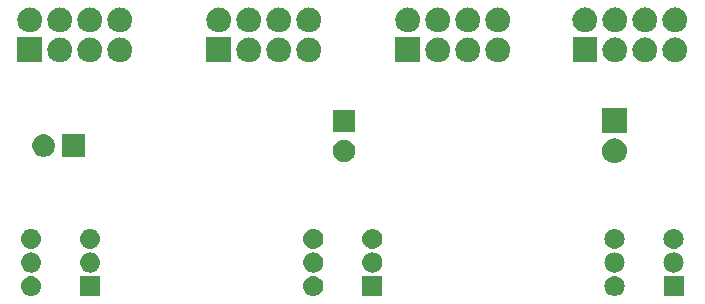
<source format=gbr>
G04 #@! TF.GenerationSoftware,KiCad,Pcbnew,5.1.2-f72e74a~84~ubuntu18.04.1*
G04 #@! TF.CreationDate,2020-02-26T21:12:00+03:00*
G04 #@! TF.ProjectId,connection_board,636f6e6e-6563-4746-996f-6e5f626f6172,rev?*
G04 #@! TF.SameCoordinates,Original*
G04 #@! TF.FileFunction,Soldermask,Top*
G04 #@! TF.FilePolarity,Negative*
%FSLAX46Y46*%
G04 Gerber Fmt 4.6, Leading zero omitted, Abs format (unit mm)*
G04 Created by KiCad (PCBNEW 5.1.2-f72e74a~84~ubuntu18.04.1) date 2020-02-26 21:12:00*
%MOMM*%
%LPD*%
G04 APERTURE LIST*
%ADD10C,0.100000*%
G04 APERTURE END LIST*
D10*
G36*
X131351000Y-94851000D02*
G01*
X129649000Y-94851000D01*
X129649000Y-93149000D01*
X131351000Y-93149000D01*
X131351000Y-94851000D01*
X131351000Y-94851000D01*
G37*
G36*
X100166823Y-93161313D02*
G01*
X100327242Y-93209976D01*
X100459906Y-93280886D01*
X100475078Y-93288996D01*
X100604659Y-93395341D01*
X100711004Y-93524922D01*
X100711005Y-93524924D01*
X100790024Y-93672758D01*
X100838687Y-93833177D01*
X100855117Y-94000000D01*
X100838687Y-94166823D01*
X100790024Y-94327242D01*
X100719114Y-94459906D01*
X100711004Y-94475078D01*
X100604659Y-94604659D01*
X100475078Y-94711004D01*
X100475076Y-94711005D01*
X100327242Y-94790024D01*
X100166823Y-94838687D01*
X100041804Y-94851000D01*
X99958196Y-94851000D01*
X99833177Y-94838687D01*
X99672758Y-94790024D01*
X99524924Y-94711005D01*
X99524922Y-94711004D01*
X99395341Y-94604659D01*
X99288996Y-94475078D01*
X99280886Y-94459906D01*
X99209976Y-94327242D01*
X99161313Y-94166823D01*
X99144883Y-94000000D01*
X99161313Y-93833177D01*
X99209976Y-93672758D01*
X99288995Y-93524924D01*
X99288996Y-93524922D01*
X99395341Y-93395341D01*
X99524922Y-93288996D01*
X99540094Y-93280886D01*
X99672758Y-93209976D01*
X99833177Y-93161313D01*
X99958196Y-93149000D01*
X100041804Y-93149000D01*
X100166823Y-93161313D01*
X100166823Y-93161313D01*
G37*
G36*
X105851000Y-94851000D02*
G01*
X104149000Y-94851000D01*
X104149000Y-93149000D01*
X105851000Y-93149000D01*
X105851000Y-94851000D01*
X105851000Y-94851000D01*
G37*
G36*
X81951000Y-94851000D02*
G01*
X80249000Y-94851000D01*
X80249000Y-93149000D01*
X81951000Y-93149000D01*
X81951000Y-94851000D01*
X81951000Y-94851000D01*
G37*
G36*
X76266823Y-93161313D02*
G01*
X76427242Y-93209976D01*
X76559906Y-93280886D01*
X76575078Y-93288996D01*
X76704659Y-93395341D01*
X76811004Y-93524922D01*
X76811005Y-93524924D01*
X76890024Y-93672758D01*
X76938687Y-93833177D01*
X76955117Y-94000000D01*
X76938687Y-94166823D01*
X76890024Y-94327242D01*
X76819114Y-94459906D01*
X76811004Y-94475078D01*
X76704659Y-94604659D01*
X76575078Y-94711004D01*
X76575076Y-94711005D01*
X76427242Y-94790024D01*
X76266823Y-94838687D01*
X76141804Y-94851000D01*
X76058196Y-94851000D01*
X75933177Y-94838687D01*
X75772758Y-94790024D01*
X75624924Y-94711005D01*
X75624922Y-94711004D01*
X75495341Y-94604659D01*
X75388996Y-94475078D01*
X75380886Y-94459906D01*
X75309976Y-94327242D01*
X75261313Y-94166823D01*
X75244883Y-94000000D01*
X75261313Y-93833177D01*
X75309976Y-93672758D01*
X75388995Y-93524924D01*
X75388996Y-93524922D01*
X75495341Y-93395341D01*
X75624922Y-93288996D01*
X75640094Y-93280886D01*
X75772758Y-93209976D01*
X75933177Y-93161313D01*
X76058196Y-93149000D01*
X76141804Y-93149000D01*
X76266823Y-93161313D01*
X76266823Y-93161313D01*
G37*
G36*
X125666823Y-93161313D02*
G01*
X125827242Y-93209976D01*
X125959906Y-93280886D01*
X125975078Y-93288996D01*
X126104659Y-93395341D01*
X126211004Y-93524922D01*
X126211005Y-93524924D01*
X126290024Y-93672758D01*
X126338687Y-93833177D01*
X126355117Y-94000000D01*
X126338687Y-94166823D01*
X126290024Y-94327242D01*
X126219114Y-94459906D01*
X126211004Y-94475078D01*
X126104659Y-94604659D01*
X125975078Y-94711004D01*
X125975076Y-94711005D01*
X125827242Y-94790024D01*
X125666823Y-94838687D01*
X125541804Y-94851000D01*
X125458196Y-94851000D01*
X125333177Y-94838687D01*
X125172758Y-94790024D01*
X125024924Y-94711005D01*
X125024922Y-94711004D01*
X124895341Y-94604659D01*
X124788996Y-94475078D01*
X124780886Y-94459906D01*
X124709976Y-94327242D01*
X124661313Y-94166823D01*
X124644883Y-94000000D01*
X124661313Y-93833177D01*
X124709976Y-93672758D01*
X124788995Y-93524924D01*
X124788996Y-93524922D01*
X124895341Y-93395341D01*
X125024922Y-93288996D01*
X125040094Y-93280886D01*
X125172758Y-93209976D01*
X125333177Y-93161313D01*
X125458196Y-93149000D01*
X125541804Y-93149000D01*
X125666823Y-93161313D01*
X125666823Y-93161313D01*
G37*
G36*
X100166823Y-91161313D02*
G01*
X100327242Y-91209976D01*
X100459906Y-91280886D01*
X100475078Y-91288996D01*
X100604659Y-91395341D01*
X100711004Y-91524922D01*
X100711005Y-91524924D01*
X100790024Y-91672758D01*
X100838687Y-91833177D01*
X100855117Y-92000000D01*
X100838687Y-92166823D01*
X100790024Y-92327242D01*
X100719114Y-92459906D01*
X100711004Y-92475078D01*
X100604659Y-92604659D01*
X100475078Y-92711004D01*
X100475076Y-92711005D01*
X100327242Y-92790024D01*
X100166823Y-92838687D01*
X100041804Y-92851000D01*
X99958196Y-92851000D01*
X99833177Y-92838687D01*
X99672758Y-92790024D01*
X99524924Y-92711005D01*
X99524922Y-92711004D01*
X99395341Y-92604659D01*
X99288996Y-92475078D01*
X99280886Y-92459906D01*
X99209976Y-92327242D01*
X99161313Y-92166823D01*
X99144883Y-92000000D01*
X99161313Y-91833177D01*
X99209976Y-91672758D01*
X99288995Y-91524924D01*
X99288996Y-91524922D01*
X99395341Y-91395341D01*
X99524922Y-91288996D01*
X99540094Y-91280886D01*
X99672758Y-91209976D01*
X99833177Y-91161313D01*
X99958196Y-91149000D01*
X100041804Y-91149000D01*
X100166823Y-91161313D01*
X100166823Y-91161313D01*
G37*
G36*
X130666823Y-91161313D02*
G01*
X130827242Y-91209976D01*
X130959906Y-91280886D01*
X130975078Y-91288996D01*
X131104659Y-91395341D01*
X131211004Y-91524922D01*
X131211005Y-91524924D01*
X131290024Y-91672758D01*
X131338687Y-91833177D01*
X131355117Y-92000000D01*
X131338687Y-92166823D01*
X131290024Y-92327242D01*
X131219114Y-92459906D01*
X131211004Y-92475078D01*
X131104659Y-92604659D01*
X130975078Y-92711004D01*
X130975076Y-92711005D01*
X130827242Y-92790024D01*
X130666823Y-92838687D01*
X130541804Y-92851000D01*
X130458196Y-92851000D01*
X130333177Y-92838687D01*
X130172758Y-92790024D01*
X130024924Y-92711005D01*
X130024922Y-92711004D01*
X129895341Y-92604659D01*
X129788996Y-92475078D01*
X129780886Y-92459906D01*
X129709976Y-92327242D01*
X129661313Y-92166823D01*
X129644883Y-92000000D01*
X129661313Y-91833177D01*
X129709976Y-91672758D01*
X129788995Y-91524924D01*
X129788996Y-91524922D01*
X129895341Y-91395341D01*
X130024922Y-91288996D01*
X130040094Y-91280886D01*
X130172758Y-91209976D01*
X130333177Y-91161313D01*
X130458196Y-91149000D01*
X130541804Y-91149000D01*
X130666823Y-91161313D01*
X130666823Y-91161313D01*
G37*
G36*
X125666823Y-91161313D02*
G01*
X125827242Y-91209976D01*
X125959906Y-91280886D01*
X125975078Y-91288996D01*
X126104659Y-91395341D01*
X126211004Y-91524922D01*
X126211005Y-91524924D01*
X126290024Y-91672758D01*
X126338687Y-91833177D01*
X126355117Y-92000000D01*
X126338687Y-92166823D01*
X126290024Y-92327242D01*
X126219114Y-92459906D01*
X126211004Y-92475078D01*
X126104659Y-92604659D01*
X125975078Y-92711004D01*
X125975076Y-92711005D01*
X125827242Y-92790024D01*
X125666823Y-92838687D01*
X125541804Y-92851000D01*
X125458196Y-92851000D01*
X125333177Y-92838687D01*
X125172758Y-92790024D01*
X125024924Y-92711005D01*
X125024922Y-92711004D01*
X124895341Y-92604659D01*
X124788996Y-92475078D01*
X124780886Y-92459906D01*
X124709976Y-92327242D01*
X124661313Y-92166823D01*
X124644883Y-92000000D01*
X124661313Y-91833177D01*
X124709976Y-91672758D01*
X124788995Y-91524924D01*
X124788996Y-91524922D01*
X124895341Y-91395341D01*
X125024922Y-91288996D01*
X125040094Y-91280886D01*
X125172758Y-91209976D01*
X125333177Y-91161313D01*
X125458196Y-91149000D01*
X125541804Y-91149000D01*
X125666823Y-91161313D01*
X125666823Y-91161313D01*
G37*
G36*
X105166823Y-91161313D02*
G01*
X105327242Y-91209976D01*
X105459906Y-91280886D01*
X105475078Y-91288996D01*
X105604659Y-91395341D01*
X105711004Y-91524922D01*
X105711005Y-91524924D01*
X105790024Y-91672758D01*
X105838687Y-91833177D01*
X105855117Y-92000000D01*
X105838687Y-92166823D01*
X105790024Y-92327242D01*
X105719114Y-92459906D01*
X105711004Y-92475078D01*
X105604659Y-92604659D01*
X105475078Y-92711004D01*
X105475076Y-92711005D01*
X105327242Y-92790024D01*
X105166823Y-92838687D01*
X105041804Y-92851000D01*
X104958196Y-92851000D01*
X104833177Y-92838687D01*
X104672758Y-92790024D01*
X104524924Y-92711005D01*
X104524922Y-92711004D01*
X104395341Y-92604659D01*
X104288996Y-92475078D01*
X104280886Y-92459906D01*
X104209976Y-92327242D01*
X104161313Y-92166823D01*
X104144883Y-92000000D01*
X104161313Y-91833177D01*
X104209976Y-91672758D01*
X104288995Y-91524924D01*
X104288996Y-91524922D01*
X104395341Y-91395341D01*
X104524922Y-91288996D01*
X104540094Y-91280886D01*
X104672758Y-91209976D01*
X104833177Y-91161313D01*
X104958196Y-91149000D01*
X105041804Y-91149000D01*
X105166823Y-91161313D01*
X105166823Y-91161313D01*
G37*
G36*
X81266823Y-91161313D02*
G01*
X81427242Y-91209976D01*
X81559906Y-91280886D01*
X81575078Y-91288996D01*
X81704659Y-91395341D01*
X81811004Y-91524922D01*
X81811005Y-91524924D01*
X81890024Y-91672758D01*
X81938687Y-91833177D01*
X81955117Y-92000000D01*
X81938687Y-92166823D01*
X81890024Y-92327242D01*
X81819114Y-92459906D01*
X81811004Y-92475078D01*
X81704659Y-92604659D01*
X81575078Y-92711004D01*
X81575076Y-92711005D01*
X81427242Y-92790024D01*
X81266823Y-92838687D01*
X81141804Y-92851000D01*
X81058196Y-92851000D01*
X80933177Y-92838687D01*
X80772758Y-92790024D01*
X80624924Y-92711005D01*
X80624922Y-92711004D01*
X80495341Y-92604659D01*
X80388996Y-92475078D01*
X80380886Y-92459906D01*
X80309976Y-92327242D01*
X80261313Y-92166823D01*
X80244883Y-92000000D01*
X80261313Y-91833177D01*
X80309976Y-91672758D01*
X80388995Y-91524924D01*
X80388996Y-91524922D01*
X80495341Y-91395341D01*
X80624922Y-91288996D01*
X80640094Y-91280886D01*
X80772758Y-91209976D01*
X80933177Y-91161313D01*
X81058196Y-91149000D01*
X81141804Y-91149000D01*
X81266823Y-91161313D01*
X81266823Y-91161313D01*
G37*
G36*
X76266823Y-91161313D02*
G01*
X76427242Y-91209976D01*
X76559906Y-91280886D01*
X76575078Y-91288996D01*
X76704659Y-91395341D01*
X76811004Y-91524922D01*
X76811005Y-91524924D01*
X76890024Y-91672758D01*
X76938687Y-91833177D01*
X76955117Y-92000000D01*
X76938687Y-92166823D01*
X76890024Y-92327242D01*
X76819114Y-92459906D01*
X76811004Y-92475078D01*
X76704659Y-92604659D01*
X76575078Y-92711004D01*
X76575076Y-92711005D01*
X76427242Y-92790024D01*
X76266823Y-92838687D01*
X76141804Y-92851000D01*
X76058196Y-92851000D01*
X75933177Y-92838687D01*
X75772758Y-92790024D01*
X75624924Y-92711005D01*
X75624922Y-92711004D01*
X75495341Y-92604659D01*
X75388996Y-92475078D01*
X75380886Y-92459906D01*
X75309976Y-92327242D01*
X75261313Y-92166823D01*
X75244883Y-92000000D01*
X75261313Y-91833177D01*
X75309976Y-91672758D01*
X75388995Y-91524924D01*
X75388996Y-91524922D01*
X75495341Y-91395341D01*
X75624922Y-91288996D01*
X75640094Y-91280886D01*
X75772758Y-91209976D01*
X75933177Y-91161313D01*
X76058196Y-91149000D01*
X76141804Y-91149000D01*
X76266823Y-91161313D01*
X76266823Y-91161313D01*
G37*
G36*
X105166823Y-89161313D02*
G01*
X105327242Y-89209976D01*
X105459906Y-89280886D01*
X105475078Y-89288996D01*
X105604659Y-89395341D01*
X105711004Y-89524922D01*
X105711005Y-89524924D01*
X105790024Y-89672758D01*
X105838687Y-89833177D01*
X105855117Y-90000000D01*
X105838687Y-90166823D01*
X105790024Y-90327242D01*
X105719114Y-90459906D01*
X105711004Y-90475078D01*
X105604659Y-90604659D01*
X105475078Y-90711004D01*
X105475076Y-90711005D01*
X105327242Y-90790024D01*
X105166823Y-90838687D01*
X105041804Y-90851000D01*
X104958196Y-90851000D01*
X104833177Y-90838687D01*
X104672758Y-90790024D01*
X104524924Y-90711005D01*
X104524922Y-90711004D01*
X104395341Y-90604659D01*
X104288996Y-90475078D01*
X104280886Y-90459906D01*
X104209976Y-90327242D01*
X104161313Y-90166823D01*
X104144883Y-90000000D01*
X104161313Y-89833177D01*
X104209976Y-89672758D01*
X104288995Y-89524924D01*
X104288996Y-89524922D01*
X104395341Y-89395341D01*
X104524922Y-89288996D01*
X104540094Y-89280886D01*
X104672758Y-89209976D01*
X104833177Y-89161313D01*
X104958196Y-89149000D01*
X105041804Y-89149000D01*
X105166823Y-89161313D01*
X105166823Y-89161313D01*
G37*
G36*
X81266823Y-89161313D02*
G01*
X81427242Y-89209976D01*
X81559906Y-89280886D01*
X81575078Y-89288996D01*
X81704659Y-89395341D01*
X81811004Y-89524922D01*
X81811005Y-89524924D01*
X81890024Y-89672758D01*
X81938687Y-89833177D01*
X81955117Y-90000000D01*
X81938687Y-90166823D01*
X81890024Y-90327242D01*
X81819114Y-90459906D01*
X81811004Y-90475078D01*
X81704659Y-90604659D01*
X81575078Y-90711004D01*
X81575076Y-90711005D01*
X81427242Y-90790024D01*
X81266823Y-90838687D01*
X81141804Y-90851000D01*
X81058196Y-90851000D01*
X80933177Y-90838687D01*
X80772758Y-90790024D01*
X80624924Y-90711005D01*
X80624922Y-90711004D01*
X80495341Y-90604659D01*
X80388996Y-90475078D01*
X80380886Y-90459906D01*
X80309976Y-90327242D01*
X80261313Y-90166823D01*
X80244883Y-90000000D01*
X80261313Y-89833177D01*
X80309976Y-89672758D01*
X80388995Y-89524924D01*
X80388996Y-89524922D01*
X80495341Y-89395341D01*
X80624922Y-89288996D01*
X80640094Y-89280886D01*
X80772758Y-89209976D01*
X80933177Y-89161313D01*
X81058196Y-89149000D01*
X81141804Y-89149000D01*
X81266823Y-89161313D01*
X81266823Y-89161313D01*
G37*
G36*
X100166823Y-89161313D02*
G01*
X100327242Y-89209976D01*
X100459906Y-89280886D01*
X100475078Y-89288996D01*
X100604659Y-89395341D01*
X100711004Y-89524922D01*
X100711005Y-89524924D01*
X100790024Y-89672758D01*
X100838687Y-89833177D01*
X100855117Y-90000000D01*
X100838687Y-90166823D01*
X100790024Y-90327242D01*
X100719114Y-90459906D01*
X100711004Y-90475078D01*
X100604659Y-90604659D01*
X100475078Y-90711004D01*
X100475076Y-90711005D01*
X100327242Y-90790024D01*
X100166823Y-90838687D01*
X100041804Y-90851000D01*
X99958196Y-90851000D01*
X99833177Y-90838687D01*
X99672758Y-90790024D01*
X99524924Y-90711005D01*
X99524922Y-90711004D01*
X99395341Y-90604659D01*
X99288996Y-90475078D01*
X99280886Y-90459906D01*
X99209976Y-90327242D01*
X99161313Y-90166823D01*
X99144883Y-90000000D01*
X99161313Y-89833177D01*
X99209976Y-89672758D01*
X99288995Y-89524924D01*
X99288996Y-89524922D01*
X99395341Y-89395341D01*
X99524922Y-89288996D01*
X99540094Y-89280886D01*
X99672758Y-89209976D01*
X99833177Y-89161313D01*
X99958196Y-89149000D01*
X100041804Y-89149000D01*
X100166823Y-89161313D01*
X100166823Y-89161313D01*
G37*
G36*
X125666823Y-89161313D02*
G01*
X125827242Y-89209976D01*
X125959906Y-89280886D01*
X125975078Y-89288996D01*
X126104659Y-89395341D01*
X126211004Y-89524922D01*
X126211005Y-89524924D01*
X126290024Y-89672758D01*
X126338687Y-89833177D01*
X126355117Y-90000000D01*
X126338687Y-90166823D01*
X126290024Y-90327242D01*
X126219114Y-90459906D01*
X126211004Y-90475078D01*
X126104659Y-90604659D01*
X125975078Y-90711004D01*
X125975076Y-90711005D01*
X125827242Y-90790024D01*
X125666823Y-90838687D01*
X125541804Y-90851000D01*
X125458196Y-90851000D01*
X125333177Y-90838687D01*
X125172758Y-90790024D01*
X125024924Y-90711005D01*
X125024922Y-90711004D01*
X124895341Y-90604659D01*
X124788996Y-90475078D01*
X124780886Y-90459906D01*
X124709976Y-90327242D01*
X124661313Y-90166823D01*
X124644883Y-90000000D01*
X124661313Y-89833177D01*
X124709976Y-89672758D01*
X124788995Y-89524924D01*
X124788996Y-89524922D01*
X124895341Y-89395341D01*
X125024922Y-89288996D01*
X125040094Y-89280886D01*
X125172758Y-89209976D01*
X125333177Y-89161313D01*
X125458196Y-89149000D01*
X125541804Y-89149000D01*
X125666823Y-89161313D01*
X125666823Y-89161313D01*
G37*
G36*
X130666823Y-89161313D02*
G01*
X130827242Y-89209976D01*
X130959906Y-89280886D01*
X130975078Y-89288996D01*
X131104659Y-89395341D01*
X131211004Y-89524922D01*
X131211005Y-89524924D01*
X131290024Y-89672758D01*
X131338687Y-89833177D01*
X131355117Y-90000000D01*
X131338687Y-90166823D01*
X131290024Y-90327242D01*
X131219114Y-90459906D01*
X131211004Y-90475078D01*
X131104659Y-90604659D01*
X130975078Y-90711004D01*
X130975076Y-90711005D01*
X130827242Y-90790024D01*
X130666823Y-90838687D01*
X130541804Y-90851000D01*
X130458196Y-90851000D01*
X130333177Y-90838687D01*
X130172758Y-90790024D01*
X130024924Y-90711005D01*
X130024922Y-90711004D01*
X129895341Y-90604659D01*
X129788996Y-90475078D01*
X129780886Y-90459906D01*
X129709976Y-90327242D01*
X129661313Y-90166823D01*
X129644883Y-90000000D01*
X129661313Y-89833177D01*
X129709976Y-89672758D01*
X129788995Y-89524924D01*
X129788996Y-89524922D01*
X129895341Y-89395341D01*
X130024922Y-89288996D01*
X130040094Y-89280886D01*
X130172758Y-89209976D01*
X130333177Y-89161313D01*
X130458196Y-89149000D01*
X130541804Y-89149000D01*
X130666823Y-89161313D01*
X130666823Y-89161313D01*
G37*
G36*
X76266823Y-89161313D02*
G01*
X76427242Y-89209976D01*
X76559906Y-89280886D01*
X76575078Y-89288996D01*
X76704659Y-89395341D01*
X76811004Y-89524922D01*
X76811005Y-89524924D01*
X76890024Y-89672758D01*
X76938687Y-89833177D01*
X76955117Y-90000000D01*
X76938687Y-90166823D01*
X76890024Y-90327242D01*
X76819114Y-90459906D01*
X76811004Y-90475078D01*
X76704659Y-90604659D01*
X76575078Y-90711004D01*
X76575076Y-90711005D01*
X76427242Y-90790024D01*
X76266823Y-90838687D01*
X76141804Y-90851000D01*
X76058196Y-90851000D01*
X75933177Y-90838687D01*
X75772758Y-90790024D01*
X75624924Y-90711005D01*
X75624922Y-90711004D01*
X75495341Y-90604659D01*
X75388996Y-90475078D01*
X75380886Y-90459906D01*
X75309976Y-90327242D01*
X75261313Y-90166823D01*
X75244883Y-90000000D01*
X75261313Y-89833177D01*
X75309976Y-89672758D01*
X75388995Y-89524924D01*
X75388996Y-89524922D01*
X75495341Y-89395341D01*
X75624922Y-89288996D01*
X75640094Y-89280886D01*
X75772758Y-89209976D01*
X75933177Y-89161313D01*
X76058196Y-89149000D01*
X76141804Y-89149000D01*
X76266823Y-89161313D01*
X76266823Y-89161313D01*
G37*
G36*
X125600092Y-81493773D02*
G01*
X125706032Y-81504207D01*
X125904146Y-81564305D01*
X125904149Y-81564306D01*
X126000975Y-81616061D01*
X126086729Y-81661897D01*
X126246765Y-81793235D01*
X126378103Y-81953271D01*
X126406465Y-82006333D01*
X126475694Y-82135851D01*
X126475695Y-82135854D01*
X126535793Y-82333968D01*
X126556085Y-82540000D01*
X126535793Y-82746032D01*
X126476114Y-82942765D01*
X126475694Y-82944149D01*
X126438115Y-83014454D01*
X126378103Y-83126729D01*
X126246765Y-83286765D01*
X126086729Y-83418103D01*
X126000975Y-83463939D01*
X125904149Y-83515694D01*
X125904146Y-83515695D01*
X125706032Y-83575793D01*
X125603097Y-83585931D01*
X125551631Y-83591000D01*
X125448369Y-83591000D01*
X125396903Y-83585931D01*
X125293968Y-83575793D01*
X125095854Y-83515695D01*
X125095851Y-83515694D01*
X124999025Y-83463939D01*
X124913271Y-83418103D01*
X124753235Y-83286765D01*
X124621897Y-83126729D01*
X124561885Y-83014454D01*
X124524306Y-82944149D01*
X124523886Y-82942765D01*
X124464207Y-82746032D01*
X124443915Y-82540000D01*
X124464207Y-82333968D01*
X124524305Y-82135854D01*
X124524306Y-82135851D01*
X124593535Y-82006333D01*
X124621897Y-81953271D01*
X124753235Y-81793235D01*
X124913271Y-81661897D01*
X124999025Y-81616061D01*
X125095851Y-81564306D01*
X125095854Y-81564305D01*
X125293968Y-81504207D01*
X125399908Y-81493773D01*
X125448369Y-81489000D01*
X125551631Y-81489000D01*
X125600092Y-81493773D01*
X125600092Y-81493773D01*
G37*
G36*
X102877395Y-81625546D02*
G01*
X103050466Y-81697234D01*
X103050467Y-81697235D01*
X103206227Y-81801310D01*
X103338690Y-81933773D01*
X103387173Y-82006333D01*
X103442766Y-82089534D01*
X103514454Y-82262605D01*
X103551000Y-82446333D01*
X103551000Y-82633667D01*
X103514454Y-82817395D01*
X103442766Y-82990466D01*
X103402318Y-83051000D01*
X103338690Y-83146227D01*
X103206227Y-83278690D01*
X103127818Y-83331081D01*
X103050466Y-83382766D01*
X102877395Y-83454454D01*
X102693667Y-83491000D01*
X102506333Y-83491000D01*
X102322605Y-83454454D01*
X102149534Y-83382766D01*
X102072182Y-83331081D01*
X101993773Y-83278690D01*
X101861310Y-83146227D01*
X101797682Y-83051000D01*
X101757234Y-82990466D01*
X101685546Y-82817395D01*
X101649000Y-82633667D01*
X101649000Y-82446333D01*
X101685546Y-82262605D01*
X101757234Y-82089534D01*
X101812827Y-82006333D01*
X101861310Y-81933773D01*
X101993773Y-81801310D01*
X102149533Y-81697235D01*
X102149534Y-81697234D01*
X102322605Y-81625546D01*
X102506333Y-81589000D01*
X102693667Y-81589000D01*
X102877395Y-81625546D01*
X102877395Y-81625546D01*
G37*
G36*
X77437395Y-81185546D02*
G01*
X77610466Y-81257234D01*
X77610467Y-81257235D01*
X77766227Y-81361310D01*
X77898690Y-81493773D01*
X77945818Y-81564305D01*
X78002766Y-81649534D01*
X78074454Y-81822605D01*
X78111000Y-82006333D01*
X78111000Y-82193667D01*
X78074454Y-82377395D01*
X78002766Y-82550466D01*
X78002765Y-82550467D01*
X77898690Y-82706227D01*
X77766227Y-82838690D01*
X77687818Y-82891081D01*
X77610466Y-82942766D01*
X77437395Y-83014454D01*
X77253667Y-83051000D01*
X77066333Y-83051000D01*
X76882605Y-83014454D01*
X76709534Y-82942766D01*
X76632182Y-82891081D01*
X76553773Y-82838690D01*
X76421310Y-82706227D01*
X76317235Y-82550467D01*
X76317234Y-82550466D01*
X76245546Y-82377395D01*
X76209000Y-82193667D01*
X76209000Y-82006333D01*
X76245546Y-81822605D01*
X76317234Y-81649534D01*
X76374182Y-81564305D01*
X76421310Y-81493773D01*
X76553773Y-81361310D01*
X76709533Y-81257235D01*
X76709534Y-81257234D01*
X76882605Y-81185546D01*
X77066333Y-81149000D01*
X77253667Y-81149000D01*
X77437395Y-81185546D01*
X77437395Y-81185546D01*
G37*
G36*
X80651000Y-83051000D02*
G01*
X78749000Y-83051000D01*
X78749000Y-81149000D01*
X80651000Y-81149000D01*
X80651000Y-83051000D01*
X80651000Y-83051000D01*
G37*
G36*
X126551000Y-81051000D02*
G01*
X124449000Y-81051000D01*
X124449000Y-78949000D01*
X126551000Y-78949000D01*
X126551000Y-81051000D01*
X126551000Y-81051000D01*
G37*
G36*
X103551000Y-80951000D02*
G01*
X101649000Y-80951000D01*
X101649000Y-79049000D01*
X103551000Y-79049000D01*
X103551000Y-80951000D01*
X103551000Y-80951000D01*
G37*
G36*
X97183097Y-72954069D02*
G01*
X97286032Y-72964207D01*
X97484146Y-73024305D01*
X97484149Y-73024306D01*
X97580975Y-73076061D01*
X97666729Y-73121897D01*
X97826765Y-73253235D01*
X97958103Y-73413271D01*
X98003939Y-73499025D01*
X98055694Y-73595851D01*
X98055695Y-73595854D01*
X98115793Y-73793968D01*
X98136085Y-74000000D01*
X98115793Y-74206032D01*
X98055695Y-74404146D01*
X98055694Y-74404149D01*
X98003939Y-74500975D01*
X97958103Y-74586729D01*
X97826765Y-74746765D01*
X97666729Y-74878103D01*
X97580975Y-74923939D01*
X97484149Y-74975694D01*
X97484146Y-74975695D01*
X97286032Y-75035793D01*
X97183097Y-75045931D01*
X97131631Y-75051000D01*
X97028369Y-75051000D01*
X96976903Y-75045931D01*
X96873968Y-75035793D01*
X96675854Y-74975695D01*
X96675851Y-74975694D01*
X96579025Y-74923939D01*
X96493271Y-74878103D01*
X96333235Y-74746765D01*
X96201897Y-74586729D01*
X96156061Y-74500975D01*
X96104306Y-74404149D01*
X96104305Y-74404146D01*
X96044207Y-74206032D01*
X96023915Y-74000000D01*
X96044207Y-73793968D01*
X96104305Y-73595854D01*
X96104306Y-73595851D01*
X96156061Y-73499025D01*
X96201897Y-73413271D01*
X96333235Y-73253235D01*
X96493271Y-73121897D01*
X96579025Y-73076061D01*
X96675851Y-73024306D01*
X96675854Y-73024305D01*
X96873968Y-72964207D01*
X96976903Y-72954069D01*
X97028369Y-72949000D01*
X97131631Y-72949000D01*
X97183097Y-72954069D01*
X97183097Y-72954069D01*
G37*
G36*
X94643097Y-72954069D02*
G01*
X94746032Y-72964207D01*
X94944146Y-73024305D01*
X94944149Y-73024306D01*
X95040975Y-73076061D01*
X95126729Y-73121897D01*
X95286765Y-73253235D01*
X95418103Y-73413271D01*
X95463939Y-73499025D01*
X95515694Y-73595851D01*
X95515695Y-73595854D01*
X95575793Y-73793968D01*
X95596085Y-74000000D01*
X95575793Y-74206032D01*
X95515695Y-74404146D01*
X95515694Y-74404149D01*
X95463939Y-74500975D01*
X95418103Y-74586729D01*
X95286765Y-74746765D01*
X95126729Y-74878103D01*
X95040975Y-74923939D01*
X94944149Y-74975694D01*
X94944146Y-74975695D01*
X94746032Y-75035793D01*
X94643097Y-75045931D01*
X94591631Y-75051000D01*
X94488369Y-75051000D01*
X94436903Y-75045931D01*
X94333968Y-75035793D01*
X94135854Y-74975695D01*
X94135851Y-74975694D01*
X94039025Y-74923939D01*
X93953271Y-74878103D01*
X93793235Y-74746765D01*
X93661897Y-74586729D01*
X93616061Y-74500975D01*
X93564306Y-74404149D01*
X93564305Y-74404146D01*
X93504207Y-74206032D01*
X93483915Y-74000000D01*
X93504207Y-73793968D01*
X93564305Y-73595854D01*
X93564306Y-73595851D01*
X93616061Y-73499025D01*
X93661897Y-73413271D01*
X93793235Y-73253235D01*
X93953271Y-73121897D01*
X94039025Y-73076061D01*
X94135851Y-73024306D01*
X94135854Y-73024305D01*
X94333968Y-72964207D01*
X94436903Y-72954069D01*
X94488369Y-72949000D01*
X94591631Y-72949000D01*
X94643097Y-72954069D01*
X94643097Y-72954069D01*
G37*
G36*
X93051000Y-75051000D02*
G01*
X90949000Y-75051000D01*
X90949000Y-72949000D01*
X93051000Y-72949000D01*
X93051000Y-75051000D01*
X93051000Y-75051000D01*
G37*
G36*
X109051000Y-75051000D02*
G01*
X106949000Y-75051000D01*
X106949000Y-72949000D01*
X109051000Y-72949000D01*
X109051000Y-75051000D01*
X109051000Y-75051000D01*
G37*
G36*
X110643097Y-72954069D02*
G01*
X110746032Y-72964207D01*
X110944146Y-73024305D01*
X110944149Y-73024306D01*
X111040975Y-73076061D01*
X111126729Y-73121897D01*
X111286765Y-73253235D01*
X111418103Y-73413271D01*
X111463939Y-73499025D01*
X111515694Y-73595851D01*
X111515695Y-73595854D01*
X111575793Y-73793968D01*
X111596085Y-74000000D01*
X111575793Y-74206032D01*
X111515695Y-74404146D01*
X111515694Y-74404149D01*
X111463939Y-74500975D01*
X111418103Y-74586729D01*
X111286765Y-74746765D01*
X111126729Y-74878103D01*
X111040975Y-74923939D01*
X110944149Y-74975694D01*
X110944146Y-74975695D01*
X110746032Y-75035793D01*
X110643097Y-75045931D01*
X110591631Y-75051000D01*
X110488369Y-75051000D01*
X110436903Y-75045931D01*
X110333968Y-75035793D01*
X110135854Y-74975695D01*
X110135851Y-74975694D01*
X110039025Y-74923939D01*
X109953271Y-74878103D01*
X109793235Y-74746765D01*
X109661897Y-74586729D01*
X109616061Y-74500975D01*
X109564306Y-74404149D01*
X109564305Y-74404146D01*
X109504207Y-74206032D01*
X109483915Y-74000000D01*
X109504207Y-73793968D01*
X109564305Y-73595854D01*
X109564306Y-73595851D01*
X109616061Y-73499025D01*
X109661897Y-73413271D01*
X109793235Y-73253235D01*
X109953271Y-73121897D01*
X110039025Y-73076061D01*
X110135851Y-73024306D01*
X110135854Y-73024305D01*
X110333968Y-72964207D01*
X110436903Y-72954069D01*
X110488369Y-72949000D01*
X110591631Y-72949000D01*
X110643097Y-72954069D01*
X110643097Y-72954069D01*
G37*
G36*
X113183097Y-72954069D02*
G01*
X113286032Y-72964207D01*
X113484146Y-73024305D01*
X113484149Y-73024306D01*
X113580975Y-73076061D01*
X113666729Y-73121897D01*
X113826765Y-73253235D01*
X113958103Y-73413271D01*
X114003939Y-73499025D01*
X114055694Y-73595851D01*
X114055695Y-73595854D01*
X114115793Y-73793968D01*
X114136085Y-74000000D01*
X114115793Y-74206032D01*
X114055695Y-74404146D01*
X114055694Y-74404149D01*
X114003939Y-74500975D01*
X113958103Y-74586729D01*
X113826765Y-74746765D01*
X113666729Y-74878103D01*
X113580975Y-74923939D01*
X113484149Y-74975694D01*
X113484146Y-74975695D01*
X113286032Y-75035793D01*
X113183097Y-75045931D01*
X113131631Y-75051000D01*
X113028369Y-75051000D01*
X112976903Y-75045931D01*
X112873968Y-75035793D01*
X112675854Y-74975695D01*
X112675851Y-74975694D01*
X112579025Y-74923939D01*
X112493271Y-74878103D01*
X112333235Y-74746765D01*
X112201897Y-74586729D01*
X112156061Y-74500975D01*
X112104306Y-74404149D01*
X112104305Y-74404146D01*
X112044207Y-74206032D01*
X112023915Y-74000000D01*
X112044207Y-73793968D01*
X112104305Y-73595854D01*
X112104306Y-73595851D01*
X112156061Y-73499025D01*
X112201897Y-73413271D01*
X112333235Y-73253235D01*
X112493271Y-73121897D01*
X112579025Y-73076061D01*
X112675851Y-73024306D01*
X112675854Y-73024305D01*
X112873968Y-72964207D01*
X112976903Y-72954069D01*
X113028369Y-72949000D01*
X113131631Y-72949000D01*
X113183097Y-72954069D01*
X113183097Y-72954069D01*
G37*
G36*
X115723097Y-72954069D02*
G01*
X115826032Y-72964207D01*
X116024146Y-73024305D01*
X116024149Y-73024306D01*
X116120975Y-73076061D01*
X116206729Y-73121897D01*
X116366765Y-73253235D01*
X116498103Y-73413271D01*
X116543939Y-73499025D01*
X116595694Y-73595851D01*
X116595695Y-73595854D01*
X116655793Y-73793968D01*
X116676085Y-74000000D01*
X116655793Y-74206032D01*
X116595695Y-74404146D01*
X116595694Y-74404149D01*
X116543939Y-74500975D01*
X116498103Y-74586729D01*
X116366765Y-74746765D01*
X116206729Y-74878103D01*
X116120975Y-74923939D01*
X116024149Y-74975694D01*
X116024146Y-74975695D01*
X115826032Y-75035793D01*
X115723097Y-75045931D01*
X115671631Y-75051000D01*
X115568369Y-75051000D01*
X115516903Y-75045931D01*
X115413968Y-75035793D01*
X115215854Y-74975695D01*
X115215851Y-74975694D01*
X115119025Y-74923939D01*
X115033271Y-74878103D01*
X114873235Y-74746765D01*
X114741897Y-74586729D01*
X114696061Y-74500975D01*
X114644306Y-74404149D01*
X114644305Y-74404146D01*
X114584207Y-74206032D01*
X114563915Y-74000000D01*
X114584207Y-73793968D01*
X114644305Y-73595854D01*
X114644306Y-73595851D01*
X114696061Y-73499025D01*
X114741897Y-73413271D01*
X114873235Y-73253235D01*
X115033271Y-73121897D01*
X115119025Y-73076061D01*
X115215851Y-73024306D01*
X115215854Y-73024305D01*
X115413968Y-72964207D01*
X115516903Y-72954069D01*
X115568369Y-72949000D01*
X115671631Y-72949000D01*
X115723097Y-72954069D01*
X115723097Y-72954069D01*
G37*
G36*
X130723097Y-72954069D02*
G01*
X130826032Y-72964207D01*
X131024146Y-73024305D01*
X131024149Y-73024306D01*
X131120975Y-73076061D01*
X131206729Y-73121897D01*
X131366765Y-73253235D01*
X131498103Y-73413271D01*
X131543939Y-73499025D01*
X131595694Y-73595851D01*
X131595695Y-73595854D01*
X131655793Y-73793968D01*
X131676085Y-74000000D01*
X131655793Y-74206032D01*
X131595695Y-74404146D01*
X131595694Y-74404149D01*
X131543939Y-74500975D01*
X131498103Y-74586729D01*
X131366765Y-74746765D01*
X131206729Y-74878103D01*
X131120975Y-74923939D01*
X131024149Y-74975694D01*
X131024146Y-74975695D01*
X130826032Y-75035793D01*
X130723097Y-75045931D01*
X130671631Y-75051000D01*
X130568369Y-75051000D01*
X130516903Y-75045931D01*
X130413968Y-75035793D01*
X130215854Y-74975695D01*
X130215851Y-74975694D01*
X130119025Y-74923939D01*
X130033271Y-74878103D01*
X129873235Y-74746765D01*
X129741897Y-74586729D01*
X129696061Y-74500975D01*
X129644306Y-74404149D01*
X129644305Y-74404146D01*
X129584207Y-74206032D01*
X129563915Y-74000000D01*
X129584207Y-73793968D01*
X129644305Y-73595854D01*
X129644306Y-73595851D01*
X129696061Y-73499025D01*
X129741897Y-73413271D01*
X129873235Y-73253235D01*
X130033271Y-73121897D01*
X130119025Y-73076061D01*
X130215851Y-73024306D01*
X130215854Y-73024305D01*
X130413968Y-72964207D01*
X130516903Y-72954069D01*
X130568369Y-72949000D01*
X130671631Y-72949000D01*
X130723097Y-72954069D01*
X130723097Y-72954069D01*
G37*
G36*
X83723097Y-72954069D02*
G01*
X83826032Y-72964207D01*
X84024146Y-73024305D01*
X84024149Y-73024306D01*
X84120975Y-73076061D01*
X84206729Y-73121897D01*
X84366765Y-73253235D01*
X84498103Y-73413271D01*
X84543939Y-73499025D01*
X84595694Y-73595851D01*
X84595695Y-73595854D01*
X84655793Y-73793968D01*
X84676085Y-74000000D01*
X84655793Y-74206032D01*
X84595695Y-74404146D01*
X84595694Y-74404149D01*
X84543939Y-74500975D01*
X84498103Y-74586729D01*
X84366765Y-74746765D01*
X84206729Y-74878103D01*
X84120975Y-74923939D01*
X84024149Y-74975694D01*
X84024146Y-74975695D01*
X83826032Y-75035793D01*
X83723097Y-75045931D01*
X83671631Y-75051000D01*
X83568369Y-75051000D01*
X83516903Y-75045931D01*
X83413968Y-75035793D01*
X83215854Y-74975695D01*
X83215851Y-74975694D01*
X83119025Y-74923939D01*
X83033271Y-74878103D01*
X82873235Y-74746765D01*
X82741897Y-74586729D01*
X82696061Y-74500975D01*
X82644306Y-74404149D01*
X82644305Y-74404146D01*
X82584207Y-74206032D01*
X82563915Y-74000000D01*
X82584207Y-73793968D01*
X82644305Y-73595854D01*
X82644306Y-73595851D01*
X82696061Y-73499025D01*
X82741897Y-73413271D01*
X82873235Y-73253235D01*
X83033271Y-73121897D01*
X83119025Y-73076061D01*
X83215851Y-73024306D01*
X83215854Y-73024305D01*
X83413968Y-72964207D01*
X83516903Y-72954069D01*
X83568369Y-72949000D01*
X83671631Y-72949000D01*
X83723097Y-72954069D01*
X83723097Y-72954069D01*
G37*
G36*
X81183097Y-72954069D02*
G01*
X81286032Y-72964207D01*
X81484146Y-73024305D01*
X81484149Y-73024306D01*
X81580975Y-73076061D01*
X81666729Y-73121897D01*
X81826765Y-73253235D01*
X81958103Y-73413271D01*
X82003939Y-73499025D01*
X82055694Y-73595851D01*
X82055695Y-73595854D01*
X82115793Y-73793968D01*
X82136085Y-74000000D01*
X82115793Y-74206032D01*
X82055695Y-74404146D01*
X82055694Y-74404149D01*
X82003939Y-74500975D01*
X81958103Y-74586729D01*
X81826765Y-74746765D01*
X81666729Y-74878103D01*
X81580975Y-74923939D01*
X81484149Y-74975694D01*
X81484146Y-74975695D01*
X81286032Y-75035793D01*
X81183097Y-75045931D01*
X81131631Y-75051000D01*
X81028369Y-75051000D01*
X80976903Y-75045931D01*
X80873968Y-75035793D01*
X80675854Y-74975695D01*
X80675851Y-74975694D01*
X80579025Y-74923939D01*
X80493271Y-74878103D01*
X80333235Y-74746765D01*
X80201897Y-74586729D01*
X80156061Y-74500975D01*
X80104306Y-74404149D01*
X80104305Y-74404146D01*
X80044207Y-74206032D01*
X80023915Y-74000000D01*
X80044207Y-73793968D01*
X80104305Y-73595854D01*
X80104306Y-73595851D01*
X80156061Y-73499025D01*
X80201897Y-73413271D01*
X80333235Y-73253235D01*
X80493271Y-73121897D01*
X80579025Y-73076061D01*
X80675851Y-73024306D01*
X80675854Y-73024305D01*
X80873968Y-72964207D01*
X80976903Y-72954069D01*
X81028369Y-72949000D01*
X81131631Y-72949000D01*
X81183097Y-72954069D01*
X81183097Y-72954069D01*
G37*
G36*
X77051000Y-75051000D02*
G01*
X74949000Y-75051000D01*
X74949000Y-72949000D01*
X77051000Y-72949000D01*
X77051000Y-75051000D01*
X77051000Y-75051000D01*
G37*
G36*
X128183097Y-72954069D02*
G01*
X128286032Y-72964207D01*
X128484146Y-73024305D01*
X128484149Y-73024306D01*
X128580975Y-73076061D01*
X128666729Y-73121897D01*
X128826765Y-73253235D01*
X128958103Y-73413271D01*
X129003939Y-73499025D01*
X129055694Y-73595851D01*
X129055695Y-73595854D01*
X129115793Y-73793968D01*
X129136085Y-74000000D01*
X129115793Y-74206032D01*
X129055695Y-74404146D01*
X129055694Y-74404149D01*
X129003939Y-74500975D01*
X128958103Y-74586729D01*
X128826765Y-74746765D01*
X128666729Y-74878103D01*
X128580975Y-74923939D01*
X128484149Y-74975694D01*
X128484146Y-74975695D01*
X128286032Y-75035793D01*
X128183097Y-75045931D01*
X128131631Y-75051000D01*
X128028369Y-75051000D01*
X127976903Y-75045931D01*
X127873968Y-75035793D01*
X127675854Y-74975695D01*
X127675851Y-74975694D01*
X127579025Y-74923939D01*
X127493271Y-74878103D01*
X127333235Y-74746765D01*
X127201897Y-74586729D01*
X127156061Y-74500975D01*
X127104306Y-74404149D01*
X127104305Y-74404146D01*
X127044207Y-74206032D01*
X127023915Y-74000000D01*
X127044207Y-73793968D01*
X127104305Y-73595854D01*
X127104306Y-73595851D01*
X127156061Y-73499025D01*
X127201897Y-73413271D01*
X127333235Y-73253235D01*
X127493271Y-73121897D01*
X127579025Y-73076061D01*
X127675851Y-73024306D01*
X127675854Y-73024305D01*
X127873968Y-72964207D01*
X127976903Y-72954069D01*
X128028369Y-72949000D01*
X128131631Y-72949000D01*
X128183097Y-72954069D01*
X128183097Y-72954069D01*
G37*
G36*
X125643097Y-72954069D02*
G01*
X125746032Y-72964207D01*
X125944146Y-73024305D01*
X125944149Y-73024306D01*
X126040975Y-73076061D01*
X126126729Y-73121897D01*
X126286765Y-73253235D01*
X126418103Y-73413271D01*
X126463939Y-73499025D01*
X126515694Y-73595851D01*
X126515695Y-73595854D01*
X126575793Y-73793968D01*
X126596085Y-74000000D01*
X126575793Y-74206032D01*
X126515695Y-74404146D01*
X126515694Y-74404149D01*
X126463939Y-74500975D01*
X126418103Y-74586729D01*
X126286765Y-74746765D01*
X126126729Y-74878103D01*
X126040975Y-74923939D01*
X125944149Y-74975694D01*
X125944146Y-74975695D01*
X125746032Y-75035793D01*
X125643097Y-75045931D01*
X125591631Y-75051000D01*
X125488369Y-75051000D01*
X125436903Y-75045931D01*
X125333968Y-75035793D01*
X125135854Y-74975695D01*
X125135851Y-74975694D01*
X125039025Y-74923939D01*
X124953271Y-74878103D01*
X124793235Y-74746765D01*
X124661897Y-74586729D01*
X124616061Y-74500975D01*
X124564306Y-74404149D01*
X124564305Y-74404146D01*
X124504207Y-74206032D01*
X124483915Y-74000000D01*
X124504207Y-73793968D01*
X124564305Y-73595854D01*
X124564306Y-73595851D01*
X124616061Y-73499025D01*
X124661897Y-73413271D01*
X124793235Y-73253235D01*
X124953271Y-73121897D01*
X125039025Y-73076061D01*
X125135851Y-73024306D01*
X125135854Y-73024305D01*
X125333968Y-72964207D01*
X125436903Y-72954069D01*
X125488369Y-72949000D01*
X125591631Y-72949000D01*
X125643097Y-72954069D01*
X125643097Y-72954069D01*
G37*
G36*
X124051000Y-75051000D02*
G01*
X121949000Y-75051000D01*
X121949000Y-72949000D01*
X124051000Y-72949000D01*
X124051000Y-75051000D01*
X124051000Y-75051000D01*
G37*
G36*
X78643097Y-72954069D02*
G01*
X78746032Y-72964207D01*
X78944146Y-73024305D01*
X78944149Y-73024306D01*
X79040975Y-73076061D01*
X79126729Y-73121897D01*
X79286765Y-73253235D01*
X79418103Y-73413271D01*
X79463939Y-73499025D01*
X79515694Y-73595851D01*
X79515695Y-73595854D01*
X79575793Y-73793968D01*
X79596085Y-74000000D01*
X79575793Y-74206032D01*
X79515695Y-74404146D01*
X79515694Y-74404149D01*
X79463939Y-74500975D01*
X79418103Y-74586729D01*
X79286765Y-74746765D01*
X79126729Y-74878103D01*
X79040975Y-74923939D01*
X78944149Y-74975694D01*
X78944146Y-74975695D01*
X78746032Y-75035793D01*
X78643097Y-75045931D01*
X78591631Y-75051000D01*
X78488369Y-75051000D01*
X78436903Y-75045931D01*
X78333968Y-75035793D01*
X78135854Y-74975695D01*
X78135851Y-74975694D01*
X78039025Y-74923939D01*
X77953271Y-74878103D01*
X77793235Y-74746765D01*
X77661897Y-74586729D01*
X77616061Y-74500975D01*
X77564306Y-74404149D01*
X77564305Y-74404146D01*
X77504207Y-74206032D01*
X77483915Y-74000000D01*
X77504207Y-73793968D01*
X77564305Y-73595854D01*
X77564306Y-73595851D01*
X77616061Y-73499025D01*
X77661897Y-73413271D01*
X77793235Y-73253235D01*
X77953271Y-73121897D01*
X78039025Y-73076061D01*
X78135851Y-73024306D01*
X78135854Y-73024305D01*
X78333968Y-72964207D01*
X78436903Y-72954069D01*
X78488369Y-72949000D01*
X78591631Y-72949000D01*
X78643097Y-72954069D01*
X78643097Y-72954069D01*
G37*
G36*
X99723097Y-72954069D02*
G01*
X99826032Y-72964207D01*
X100024146Y-73024305D01*
X100024149Y-73024306D01*
X100120975Y-73076061D01*
X100206729Y-73121897D01*
X100366765Y-73253235D01*
X100498103Y-73413271D01*
X100543939Y-73499025D01*
X100595694Y-73595851D01*
X100595695Y-73595854D01*
X100655793Y-73793968D01*
X100676085Y-74000000D01*
X100655793Y-74206032D01*
X100595695Y-74404146D01*
X100595694Y-74404149D01*
X100543939Y-74500975D01*
X100498103Y-74586729D01*
X100366765Y-74746765D01*
X100206729Y-74878103D01*
X100120975Y-74923939D01*
X100024149Y-74975694D01*
X100024146Y-74975695D01*
X99826032Y-75035793D01*
X99723097Y-75045931D01*
X99671631Y-75051000D01*
X99568369Y-75051000D01*
X99516903Y-75045931D01*
X99413968Y-75035793D01*
X99215854Y-74975695D01*
X99215851Y-74975694D01*
X99119025Y-74923939D01*
X99033271Y-74878103D01*
X98873235Y-74746765D01*
X98741897Y-74586729D01*
X98696061Y-74500975D01*
X98644306Y-74404149D01*
X98644305Y-74404146D01*
X98584207Y-74206032D01*
X98563915Y-74000000D01*
X98584207Y-73793968D01*
X98644305Y-73595854D01*
X98644306Y-73595851D01*
X98696061Y-73499025D01*
X98741897Y-73413271D01*
X98873235Y-73253235D01*
X99033271Y-73121897D01*
X99119025Y-73076061D01*
X99215851Y-73024306D01*
X99215854Y-73024305D01*
X99413968Y-72964207D01*
X99516903Y-72954069D01*
X99568369Y-72949000D01*
X99671631Y-72949000D01*
X99723097Y-72954069D01*
X99723097Y-72954069D01*
G37*
G36*
X76103097Y-70414069D02*
G01*
X76206032Y-70424207D01*
X76404146Y-70484305D01*
X76404149Y-70484306D01*
X76500975Y-70536061D01*
X76586729Y-70581897D01*
X76746765Y-70713235D01*
X76878103Y-70873271D01*
X76923939Y-70959025D01*
X76975694Y-71055851D01*
X76975695Y-71055854D01*
X77035793Y-71253968D01*
X77056085Y-71460000D01*
X77035793Y-71666032D01*
X76975695Y-71864146D01*
X76975694Y-71864149D01*
X76923939Y-71960975D01*
X76878103Y-72046729D01*
X76746765Y-72206765D01*
X76586729Y-72338103D01*
X76500975Y-72383939D01*
X76404149Y-72435694D01*
X76404146Y-72435695D01*
X76206032Y-72495793D01*
X76103097Y-72505931D01*
X76051631Y-72511000D01*
X75948369Y-72511000D01*
X75896903Y-72505931D01*
X75793968Y-72495793D01*
X75595854Y-72435695D01*
X75595851Y-72435694D01*
X75499025Y-72383939D01*
X75413271Y-72338103D01*
X75253235Y-72206765D01*
X75121897Y-72046729D01*
X75076061Y-71960975D01*
X75024306Y-71864149D01*
X75024305Y-71864146D01*
X74964207Y-71666032D01*
X74943915Y-71460000D01*
X74964207Y-71253968D01*
X75024305Y-71055854D01*
X75024306Y-71055851D01*
X75076061Y-70959025D01*
X75121897Y-70873271D01*
X75253235Y-70713235D01*
X75413271Y-70581897D01*
X75499025Y-70536061D01*
X75595851Y-70484306D01*
X75595854Y-70484305D01*
X75793968Y-70424207D01*
X75896903Y-70414069D01*
X75948369Y-70409000D01*
X76051631Y-70409000D01*
X76103097Y-70414069D01*
X76103097Y-70414069D01*
G37*
G36*
X78643097Y-70414069D02*
G01*
X78746032Y-70424207D01*
X78944146Y-70484305D01*
X78944149Y-70484306D01*
X79040975Y-70536061D01*
X79126729Y-70581897D01*
X79286765Y-70713235D01*
X79418103Y-70873271D01*
X79463939Y-70959025D01*
X79515694Y-71055851D01*
X79515695Y-71055854D01*
X79575793Y-71253968D01*
X79596085Y-71460000D01*
X79575793Y-71666032D01*
X79515695Y-71864146D01*
X79515694Y-71864149D01*
X79463939Y-71960975D01*
X79418103Y-72046729D01*
X79286765Y-72206765D01*
X79126729Y-72338103D01*
X79040975Y-72383939D01*
X78944149Y-72435694D01*
X78944146Y-72435695D01*
X78746032Y-72495793D01*
X78643097Y-72505931D01*
X78591631Y-72511000D01*
X78488369Y-72511000D01*
X78436903Y-72505931D01*
X78333968Y-72495793D01*
X78135854Y-72435695D01*
X78135851Y-72435694D01*
X78039025Y-72383939D01*
X77953271Y-72338103D01*
X77793235Y-72206765D01*
X77661897Y-72046729D01*
X77616061Y-71960975D01*
X77564306Y-71864149D01*
X77564305Y-71864146D01*
X77504207Y-71666032D01*
X77483915Y-71460000D01*
X77504207Y-71253968D01*
X77564305Y-71055854D01*
X77564306Y-71055851D01*
X77616061Y-70959025D01*
X77661897Y-70873271D01*
X77793235Y-70713235D01*
X77953271Y-70581897D01*
X78039025Y-70536061D01*
X78135851Y-70484306D01*
X78135854Y-70484305D01*
X78333968Y-70424207D01*
X78436903Y-70414069D01*
X78488369Y-70409000D01*
X78591631Y-70409000D01*
X78643097Y-70414069D01*
X78643097Y-70414069D01*
G37*
G36*
X81183097Y-70414069D02*
G01*
X81286032Y-70424207D01*
X81484146Y-70484305D01*
X81484149Y-70484306D01*
X81580975Y-70536061D01*
X81666729Y-70581897D01*
X81826765Y-70713235D01*
X81958103Y-70873271D01*
X82003939Y-70959025D01*
X82055694Y-71055851D01*
X82055695Y-71055854D01*
X82115793Y-71253968D01*
X82136085Y-71460000D01*
X82115793Y-71666032D01*
X82055695Y-71864146D01*
X82055694Y-71864149D01*
X82003939Y-71960975D01*
X81958103Y-72046729D01*
X81826765Y-72206765D01*
X81666729Y-72338103D01*
X81580975Y-72383939D01*
X81484149Y-72435694D01*
X81484146Y-72435695D01*
X81286032Y-72495793D01*
X81183097Y-72505931D01*
X81131631Y-72511000D01*
X81028369Y-72511000D01*
X80976903Y-72505931D01*
X80873968Y-72495793D01*
X80675854Y-72435695D01*
X80675851Y-72435694D01*
X80579025Y-72383939D01*
X80493271Y-72338103D01*
X80333235Y-72206765D01*
X80201897Y-72046729D01*
X80156061Y-71960975D01*
X80104306Y-71864149D01*
X80104305Y-71864146D01*
X80044207Y-71666032D01*
X80023915Y-71460000D01*
X80044207Y-71253968D01*
X80104305Y-71055854D01*
X80104306Y-71055851D01*
X80156061Y-70959025D01*
X80201897Y-70873271D01*
X80333235Y-70713235D01*
X80493271Y-70581897D01*
X80579025Y-70536061D01*
X80675851Y-70484306D01*
X80675854Y-70484305D01*
X80873968Y-70424207D01*
X80976903Y-70414069D01*
X81028369Y-70409000D01*
X81131631Y-70409000D01*
X81183097Y-70414069D01*
X81183097Y-70414069D01*
G37*
G36*
X83723097Y-70414069D02*
G01*
X83826032Y-70424207D01*
X84024146Y-70484305D01*
X84024149Y-70484306D01*
X84120975Y-70536061D01*
X84206729Y-70581897D01*
X84366765Y-70713235D01*
X84498103Y-70873271D01*
X84543939Y-70959025D01*
X84595694Y-71055851D01*
X84595695Y-71055854D01*
X84655793Y-71253968D01*
X84676085Y-71460000D01*
X84655793Y-71666032D01*
X84595695Y-71864146D01*
X84595694Y-71864149D01*
X84543939Y-71960975D01*
X84498103Y-72046729D01*
X84366765Y-72206765D01*
X84206729Y-72338103D01*
X84120975Y-72383939D01*
X84024149Y-72435694D01*
X84024146Y-72435695D01*
X83826032Y-72495793D01*
X83723097Y-72505931D01*
X83671631Y-72511000D01*
X83568369Y-72511000D01*
X83516903Y-72505931D01*
X83413968Y-72495793D01*
X83215854Y-72435695D01*
X83215851Y-72435694D01*
X83119025Y-72383939D01*
X83033271Y-72338103D01*
X82873235Y-72206765D01*
X82741897Y-72046729D01*
X82696061Y-71960975D01*
X82644306Y-71864149D01*
X82644305Y-71864146D01*
X82584207Y-71666032D01*
X82563915Y-71460000D01*
X82584207Y-71253968D01*
X82644305Y-71055854D01*
X82644306Y-71055851D01*
X82696061Y-70959025D01*
X82741897Y-70873271D01*
X82873235Y-70713235D01*
X83033271Y-70581897D01*
X83119025Y-70536061D01*
X83215851Y-70484306D01*
X83215854Y-70484305D01*
X83413968Y-70424207D01*
X83516903Y-70414069D01*
X83568369Y-70409000D01*
X83671631Y-70409000D01*
X83723097Y-70414069D01*
X83723097Y-70414069D01*
G37*
G36*
X94643097Y-70414069D02*
G01*
X94746032Y-70424207D01*
X94944146Y-70484305D01*
X94944149Y-70484306D01*
X95040975Y-70536061D01*
X95126729Y-70581897D01*
X95286765Y-70713235D01*
X95418103Y-70873271D01*
X95463939Y-70959025D01*
X95515694Y-71055851D01*
X95515695Y-71055854D01*
X95575793Y-71253968D01*
X95596085Y-71460000D01*
X95575793Y-71666032D01*
X95515695Y-71864146D01*
X95515694Y-71864149D01*
X95463939Y-71960975D01*
X95418103Y-72046729D01*
X95286765Y-72206765D01*
X95126729Y-72338103D01*
X95040975Y-72383939D01*
X94944149Y-72435694D01*
X94944146Y-72435695D01*
X94746032Y-72495793D01*
X94643097Y-72505931D01*
X94591631Y-72511000D01*
X94488369Y-72511000D01*
X94436903Y-72505931D01*
X94333968Y-72495793D01*
X94135854Y-72435695D01*
X94135851Y-72435694D01*
X94039025Y-72383939D01*
X93953271Y-72338103D01*
X93793235Y-72206765D01*
X93661897Y-72046729D01*
X93616061Y-71960975D01*
X93564306Y-71864149D01*
X93564305Y-71864146D01*
X93504207Y-71666032D01*
X93483915Y-71460000D01*
X93504207Y-71253968D01*
X93564305Y-71055854D01*
X93564306Y-71055851D01*
X93616061Y-70959025D01*
X93661897Y-70873271D01*
X93793235Y-70713235D01*
X93953271Y-70581897D01*
X94039025Y-70536061D01*
X94135851Y-70484306D01*
X94135854Y-70484305D01*
X94333968Y-70424207D01*
X94436903Y-70414069D01*
X94488369Y-70409000D01*
X94591631Y-70409000D01*
X94643097Y-70414069D01*
X94643097Y-70414069D01*
G37*
G36*
X97183097Y-70414069D02*
G01*
X97286032Y-70424207D01*
X97484146Y-70484305D01*
X97484149Y-70484306D01*
X97580975Y-70536061D01*
X97666729Y-70581897D01*
X97826765Y-70713235D01*
X97958103Y-70873271D01*
X98003939Y-70959025D01*
X98055694Y-71055851D01*
X98055695Y-71055854D01*
X98115793Y-71253968D01*
X98136085Y-71460000D01*
X98115793Y-71666032D01*
X98055695Y-71864146D01*
X98055694Y-71864149D01*
X98003939Y-71960975D01*
X97958103Y-72046729D01*
X97826765Y-72206765D01*
X97666729Y-72338103D01*
X97580975Y-72383939D01*
X97484149Y-72435694D01*
X97484146Y-72435695D01*
X97286032Y-72495793D01*
X97183097Y-72505931D01*
X97131631Y-72511000D01*
X97028369Y-72511000D01*
X96976903Y-72505931D01*
X96873968Y-72495793D01*
X96675854Y-72435695D01*
X96675851Y-72435694D01*
X96579025Y-72383939D01*
X96493271Y-72338103D01*
X96333235Y-72206765D01*
X96201897Y-72046729D01*
X96156061Y-71960975D01*
X96104306Y-71864149D01*
X96104305Y-71864146D01*
X96044207Y-71666032D01*
X96023915Y-71460000D01*
X96044207Y-71253968D01*
X96104305Y-71055854D01*
X96104306Y-71055851D01*
X96156061Y-70959025D01*
X96201897Y-70873271D01*
X96333235Y-70713235D01*
X96493271Y-70581897D01*
X96579025Y-70536061D01*
X96675851Y-70484306D01*
X96675854Y-70484305D01*
X96873968Y-70424207D01*
X96976903Y-70414069D01*
X97028369Y-70409000D01*
X97131631Y-70409000D01*
X97183097Y-70414069D01*
X97183097Y-70414069D01*
G37*
G36*
X92103097Y-70414069D02*
G01*
X92206032Y-70424207D01*
X92404146Y-70484305D01*
X92404149Y-70484306D01*
X92500975Y-70536061D01*
X92586729Y-70581897D01*
X92746765Y-70713235D01*
X92878103Y-70873271D01*
X92923939Y-70959025D01*
X92975694Y-71055851D01*
X92975695Y-71055854D01*
X93035793Y-71253968D01*
X93056085Y-71460000D01*
X93035793Y-71666032D01*
X92975695Y-71864146D01*
X92975694Y-71864149D01*
X92923939Y-71960975D01*
X92878103Y-72046729D01*
X92746765Y-72206765D01*
X92586729Y-72338103D01*
X92500975Y-72383939D01*
X92404149Y-72435694D01*
X92404146Y-72435695D01*
X92206032Y-72495793D01*
X92103097Y-72505931D01*
X92051631Y-72511000D01*
X91948369Y-72511000D01*
X91896903Y-72505931D01*
X91793968Y-72495793D01*
X91595854Y-72435695D01*
X91595851Y-72435694D01*
X91499025Y-72383939D01*
X91413271Y-72338103D01*
X91253235Y-72206765D01*
X91121897Y-72046729D01*
X91076061Y-71960975D01*
X91024306Y-71864149D01*
X91024305Y-71864146D01*
X90964207Y-71666032D01*
X90943915Y-71460000D01*
X90964207Y-71253968D01*
X91024305Y-71055854D01*
X91024306Y-71055851D01*
X91076061Y-70959025D01*
X91121897Y-70873271D01*
X91253235Y-70713235D01*
X91413271Y-70581897D01*
X91499025Y-70536061D01*
X91595851Y-70484306D01*
X91595854Y-70484305D01*
X91793968Y-70424207D01*
X91896903Y-70414069D01*
X91948369Y-70409000D01*
X92051631Y-70409000D01*
X92103097Y-70414069D01*
X92103097Y-70414069D01*
G37*
G36*
X99723097Y-70414069D02*
G01*
X99826032Y-70424207D01*
X100024146Y-70484305D01*
X100024149Y-70484306D01*
X100120975Y-70536061D01*
X100206729Y-70581897D01*
X100366765Y-70713235D01*
X100498103Y-70873271D01*
X100543939Y-70959025D01*
X100595694Y-71055851D01*
X100595695Y-71055854D01*
X100655793Y-71253968D01*
X100676085Y-71460000D01*
X100655793Y-71666032D01*
X100595695Y-71864146D01*
X100595694Y-71864149D01*
X100543939Y-71960975D01*
X100498103Y-72046729D01*
X100366765Y-72206765D01*
X100206729Y-72338103D01*
X100120975Y-72383939D01*
X100024149Y-72435694D01*
X100024146Y-72435695D01*
X99826032Y-72495793D01*
X99723097Y-72505931D01*
X99671631Y-72511000D01*
X99568369Y-72511000D01*
X99516903Y-72505931D01*
X99413968Y-72495793D01*
X99215854Y-72435695D01*
X99215851Y-72435694D01*
X99119025Y-72383939D01*
X99033271Y-72338103D01*
X98873235Y-72206765D01*
X98741897Y-72046729D01*
X98696061Y-71960975D01*
X98644306Y-71864149D01*
X98644305Y-71864146D01*
X98584207Y-71666032D01*
X98563915Y-71460000D01*
X98584207Y-71253968D01*
X98644305Y-71055854D01*
X98644306Y-71055851D01*
X98696061Y-70959025D01*
X98741897Y-70873271D01*
X98873235Y-70713235D01*
X99033271Y-70581897D01*
X99119025Y-70536061D01*
X99215851Y-70484306D01*
X99215854Y-70484305D01*
X99413968Y-70424207D01*
X99516903Y-70414069D01*
X99568369Y-70409000D01*
X99671631Y-70409000D01*
X99723097Y-70414069D01*
X99723097Y-70414069D01*
G37*
G36*
X125643097Y-70414069D02*
G01*
X125746032Y-70424207D01*
X125944146Y-70484305D01*
X125944149Y-70484306D01*
X126040975Y-70536061D01*
X126126729Y-70581897D01*
X126286765Y-70713235D01*
X126418103Y-70873271D01*
X126463939Y-70959025D01*
X126515694Y-71055851D01*
X126515695Y-71055854D01*
X126575793Y-71253968D01*
X126596085Y-71460000D01*
X126575793Y-71666032D01*
X126515695Y-71864146D01*
X126515694Y-71864149D01*
X126463939Y-71960975D01*
X126418103Y-72046729D01*
X126286765Y-72206765D01*
X126126729Y-72338103D01*
X126040975Y-72383939D01*
X125944149Y-72435694D01*
X125944146Y-72435695D01*
X125746032Y-72495793D01*
X125643097Y-72505931D01*
X125591631Y-72511000D01*
X125488369Y-72511000D01*
X125436903Y-72505931D01*
X125333968Y-72495793D01*
X125135854Y-72435695D01*
X125135851Y-72435694D01*
X125039025Y-72383939D01*
X124953271Y-72338103D01*
X124793235Y-72206765D01*
X124661897Y-72046729D01*
X124616061Y-71960975D01*
X124564306Y-71864149D01*
X124564305Y-71864146D01*
X124504207Y-71666032D01*
X124483915Y-71460000D01*
X124504207Y-71253968D01*
X124564305Y-71055854D01*
X124564306Y-71055851D01*
X124616061Y-70959025D01*
X124661897Y-70873271D01*
X124793235Y-70713235D01*
X124953271Y-70581897D01*
X125039025Y-70536061D01*
X125135851Y-70484306D01*
X125135854Y-70484305D01*
X125333968Y-70424207D01*
X125436903Y-70414069D01*
X125488369Y-70409000D01*
X125591631Y-70409000D01*
X125643097Y-70414069D01*
X125643097Y-70414069D01*
G37*
G36*
X128183097Y-70414069D02*
G01*
X128286032Y-70424207D01*
X128484146Y-70484305D01*
X128484149Y-70484306D01*
X128580975Y-70536061D01*
X128666729Y-70581897D01*
X128826765Y-70713235D01*
X128958103Y-70873271D01*
X129003939Y-70959025D01*
X129055694Y-71055851D01*
X129055695Y-71055854D01*
X129115793Y-71253968D01*
X129136085Y-71460000D01*
X129115793Y-71666032D01*
X129055695Y-71864146D01*
X129055694Y-71864149D01*
X129003939Y-71960975D01*
X128958103Y-72046729D01*
X128826765Y-72206765D01*
X128666729Y-72338103D01*
X128580975Y-72383939D01*
X128484149Y-72435694D01*
X128484146Y-72435695D01*
X128286032Y-72495793D01*
X128183097Y-72505931D01*
X128131631Y-72511000D01*
X128028369Y-72511000D01*
X127976903Y-72505931D01*
X127873968Y-72495793D01*
X127675854Y-72435695D01*
X127675851Y-72435694D01*
X127579025Y-72383939D01*
X127493271Y-72338103D01*
X127333235Y-72206765D01*
X127201897Y-72046729D01*
X127156061Y-71960975D01*
X127104306Y-71864149D01*
X127104305Y-71864146D01*
X127044207Y-71666032D01*
X127023915Y-71460000D01*
X127044207Y-71253968D01*
X127104305Y-71055854D01*
X127104306Y-71055851D01*
X127156061Y-70959025D01*
X127201897Y-70873271D01*
X127333235Y-70713235D01*
X127493271Y-70581897D01*
X127579025Y-70536061D01*
X127675851Y-70484306D01*
X127675854Y-70484305D01*
X127873968Y-70424207D01*
X127976903Y-70414069D01*
X128028369Y-70409000D01*
X128131631Y-70409000D01*
X128183097Y-70414069D01*
X128183097Y-70414069D01*
G37*
G36*
X123103097Y-70414069D02*
G01*
X123206032Y-70424207D01*
X123404146Y-70484305D01*
X123404149Y-70484306D01*
X123500975Y-70536061D01*
X123586729Y-70581897D01*
X123746765Y-70713235D01*
X123878103Y-70873271D01*
X123923939Y-70959025D01*
X123975694Y-71055851D01*
X123975695Y-71055854D01*
X124035793Y-71253968D01*
X124056085Y-71460000D01*
X124035793Y-71666032D01*
X123975695Y-71864146D01*
X123975694Y-71864149D01*
X123923939Y-71960975D01*
X123878103Y-72046729D01*
X123746765Y-72206765D01*
X123586729Y-72338103D01*
X123500975Y-72383939D01*
X123404149Y-72435694D01*
X123404146Y-72435695D01*
X123206032Y-72495793D01*
X123103097Y-72505931D01*
X123051631Y-72511000D01*
X122948369Y-72511000D01*
X122896903Y-72505931D01*
X122793968Y-72495793D01*
X122595854Y-72435695D01*
X122595851Y-72435694D01*
X122499025Y-72383939D01*
X122413271Y-72338103D01*
X122253235Y-72206765D01*
X122121897Y-72046729D01*
X122076061Y-71960975D01*
X122024306Y-71864149D01*
X122024305Y-71864146D01*
X121964207Y-71666032D01*
X121943915Y-71460000D01*
X121964207Y-71253968D01*
X122024305Y-71055854D01*
X122024306Y-71055851D01*
X122076061Y-70959025D01*
X122121897Y-70873271D01*
X122253235Y-70713235D01*
X122413271Y-70581897D01*
X122499025Y-70536061D01*
X122595851Y-70484306D01*
X122595854Y-70484305D01*
X122793968Y-70424207D01*
X122896903Y-70414069D01*
X122948369Y-70409000D01*
X123051631Y-70409000D01*
X123103097Y-70414069D01*
X123103097Y-70414069D01*
G37*
G36*
X115723097Y-70414069D02*
G01*
X115826032Y-70424207D01*
X116024146Y-70484305D01*
X116024149Y-70484306D01*
X116120975Y-70536061D01*
X116206729Y-70581897D01*
X116366765Y-70713235D01*
X116498103Y-70873271D01*
X116543939Y-70959025D01*
X116595694Y-71055851D01*
X116595695Y-71055854D01*
X116655793Y-71253968D01*
X116676085Y-71460000D01*
X116655793Y-71666032D01*
X116595695Y-71864146D01*
X116595694Y-71864149D01*
X116543939Y-71960975D01*
X116498103Y-72046729D01*
X116366765Y-72206765D01*
X116206729Y-72338103D01*
X116120975Y-72383939D01*
X116024149Y-72435694D01*
X116024146Y-72435695D01*
X115826032Y-72495793D01*
X115723097Y-72505931D01*
X115671631Y-72511000D01*
X115568369Y-72511000D01*
X115516903Y-72505931D01*
X115413968Y-72495793D01*
X115215854Y-72435695D01*
X115215851Y-72435694D01*
X115119025Y-72383939D01*
X115033271Y-72338103D01*
X114873235Y-72206765D01*
X114741897Y-72046729D01*
X114696061Y-71960975D01*
X114644306Y-71864149D01*
X114644305Y-71864146D01*
X114584207Y-71666032D01*
X114563915Y-71460000D01*
X114584207Y-71253968D01*
X114644305Y-71055854D01*
X114644306Y-71055851D01*
X114696061Y-70959025D01*
X114741897Y-70873271D01*
X114873235Y-70713235D01*
X115033271Y-70581897D01*
X115119025Y-70536061D01*
X115215851Y-70484306D01*
X115215854Y-70484305D01*
X115413968Y-70424207D01*
X115516903Y-70414069D01*
X115568369Y-70409000D01*
X115671631Y-70409000D01*
X115723097Y-70414069D01*
X115723097Y-70414069D01*
G37*
G36*
X113183097Y-70414069D02*
G01*
X113286032Y-70424207D01*
X113484146Y-70484305D01*
X113484149Y-70484306D01*
X113580975Y-70536061D01*
X113666729Y-70581897D01*
X113826765Y-70713235D01*
X113958103Y-70873271D01*
X114003939Y-70959025D01*
X114055694Y-71055851D01*
X114055695Y-71055854D01*
X114115793Y-71253968D01*
X114136085Y-71460000D01*
X114115793Y-71666032D01*
X114055695Y-71864146D01*
X114055694Y-71864149D01*
X114003939Y-71960975D01*
X113958103Y-72046729D01*
X113826765Y-72206765D01*
X113666729Y-72338103D01*
X113580975Y-72383939D01*
X113484149Y-72435694D01*
X113484146Y-72435695D01*
X113286032Y-72495793D01*
X113183097Y-72505931D01*
X113131631Y-72511000D01*
X113028369Y-72511000D01*
X112976903Y-72505931D01*
X112873968Y-72495793D01*
X112675854Y-72435695D01*
X112675851Y-72435694D01*
X112579025Y-72383939D01*
X112493271Y-72338103D01*
X112333235Y-72206765D01*
X112201897Y-72046729D01*
X112156061Y-71960975D01*
X112104306Y-71864149D01*
X112104305Y-71864146D01*
X112044207Y-71666032D01*
X112023915Y-71460000D01*
X112044207Y-71253968D01*
X112104305Y-71055854D01*
X112104306Y-71055851D01*
X112156061Y-70959025D01*
X112201897Y-70873271D01*
X112333235Y-70713235D01*
X112493271Y-70581897D01*
X112579025Y-70536061D01*
X112675851Y-70484306D01*
X112675854Y-70484305D01*
X112873968Y-70424207D01*
X112976903Y-70414069D01*
X113028369Y-70409000D01*
X113131631Y-70409000D01*
X113183097Y-70414069D01*
X113183097Y-70414069D01*
G37*
G36*
X110643097Y-70414069D02*
G01*
X110746032Y-70424207D01*
X110944146Y-70484305D01*
X110944149Y-70484306D01*
X111040975Y-70536061D01*
X111126729Y-70581897D01*
X111286765Y-70713235D01*
X111418103Y-70873271D01*
X111463939Y-70959025D01*
X111515694Y-71055851D01*
X111515695Y-71055854D01*
X111575793Y-71253968D01*
X111596085Y-71460000D01*
X111575793Y-71666032D01*
X111515695Y-71864146D01*
X111515694Y-71864149D01*
X111463939Y-71960975D01*
X111418103Y-72046729D01*
X111286765Y-72206765D01*
X111126729Y-72338103D01*
X111040975Y-72383939D01*
X110944149Y-72435694D01*
X110944146Y-72435695D01*
X110746032Y-72495793D01*
X110643097Y-72505931D01*
X110591631Y-72511000D01*
X110488369Y-72511000D01*
X110436903Y-72505931D01*
X110333968Y-72495793D01*
X110135854Y-72435695D01*
X110135851Y-72435694D01*
X110039025Y-72383939D01*
X109953271Y-72338103D01*
X109793235Y-72206765D01*
X109661897Y-72046729D01*
X109616061Y-71960975D01*
X109564306Y-71864149D01*
X109564305Y-71864146D01*
X109504207Y-71666032D01*
X109483915Y-71460000D01*
X109504207Y-71253968D01*
X109564305Y-71055854D01*
X109564306Y-71055851D01*
X109616061Y-70959025D01*
X109661897Y-70873271D01*
X109793235Y-70713235D01*
X109953271Y-70581897D01*
X110039025Y-70536061D01*
X110135851Y-70484306D01*
X110135854Y-70484305D01*
X110333968Y-70424207D01*
X110436903Y-70414069D01*
X110488369Y-70409000D01*
X110591631Y-70409000D01*
X110643097Y-70414069D01*
X110643097Y-70414069D01*
G37*
G36*
X130723097Y-70414069D02*
G01*
X130826032Y-70424207D01*
X131024146Y-70484305D01*
X131024149Y-70484306D01*
X131120975Y-70536061D01*
X131206729Y-70581897D01*
X131366765Y-70713235D01*
X131498103Y-70873271D01*
X131543939Y-70959025D01*
X131595694Y-71055851D01*
X131595695Y-71055854D01*
X131655793Y-71253968D01*
X131676085Y-71460000D01*
X131655793Y-71666032D01*
X131595695Y-71864146D01*
X131595694Y-71864149D01*
X131543939Y-71960975D01*
X131498103Y-72046729D01*
X131366765Y-72206765D01*
X131206729Y-72338103D01*
X131120975Y-72383939D01*
X131024149Y-72435694D01*
X131024146Y-72435695D01*
X130826032Y-72495793D01*
X130723097Y-72505931D01*
X130671631Y-72511000D01*
X130568369Y-72511000D01*
X130516903Y-72505931D01*
X130413968Y-72495793D01*
X130215854Y-72435695D01*
X130215851Y-72435694D01*
X130119025Y-72383939D01*
X130033271Y-72338103D01*
X129873235Y-72206765D01*
X129741897Y-72046729D01*
X129696061Y-71960975D01*
X129644306Y-71864149D01*
X129644305Y-71864146D01*
X129584207Y-71666032D01*
X129563915Y-71460000D01*
X129584207Y-71253968D01*
X129644305Y-71055854D01*
X129644306Y-71055851D01*
X129696061Y-70959025D01*
X129741897Y-70873271D01*
X129873235Y-70713235D01*
X130033271Y-70581897D01*
X130119025Y-70536061D01*
X130215851Y-70484306D01*
X130215854Y-70484305D01*
X130413968Y-70424207D01*
X130516903Y-70414069D01*
X130568369Y-70409000D01*
X130671631Y-70409000D01*
X130723097Y-70414069D01*
X130723097Y-70414069D01*
G37*
G36*
X108103097Y-70414069D02*
G01*
X108206032Y-70424207D01*
X108404146Y-70484305D01*
X108404149Y-70484306D01*
X108500975Y-70536061D01*
X108586729Y-70581897D01*
X108746765Y-70713235D01*
X108878103Y-70873271D01*
X108923939Y-70959025D01*
X108975694Y-71055851D01*
X108975695Y-71055854D01*
X109035793Y-71253968D01*
X109056085Y-71460000D01*
X109035793Y-71666032D01*
X108975695Y-71864146D01*
X108975694Y-71864149D01*
X108923939Y-71960975D01*
X108878103Y-72046729D01*
X108746765Y-72206765D01*
X108586729Y-72338103D01*
X108500975Y-72383939D01*
X108404149Y-72435694D01*
X108404146Y-72435695D01*
X108206032Y-72495793D01*
X108103097Y-72505931D01*
X108051631Y-72511000D01*
X107948369Y-72511000D01*
X107896903Y-72505931D01*
X107793968Y-72495793D01*
X107595854Y-72435695D01*
X107595851Y-72435694D01*
X107499025Y-72383939D01*
X107413271Y-72338103D01*
X107253235Y-72206765D01*
X107121897Y-72046729D01*
X107076061Y-71960975D01*
X107024306Y-71864149D01*
X107024305Y-71864146D01*
X106964207Y-71666032D01*
X106943915Y-71460000D01*
X106964207Y-71253968D01*
X107024305Y-71055854D01*
X107024306Y-71055851D01*
X107076061Y-70959025D01*
X107121897Y-70873271D01*
X107253235Y-70713235D01*
X107413271Y-70581897D01*
X107499025Y-70536061D01*
X107595851Y-70484306D01*
X107595854Y-70484305D01*
X107793968Y-70424207D01*
X107896903Y-70414069D01*
X107948369Y-70409000D01*
X108051631Y-70409000D01*
X108103097Y-70414069D01*
X108103097Y-70414069D01*
G37*
M02*

</source>
